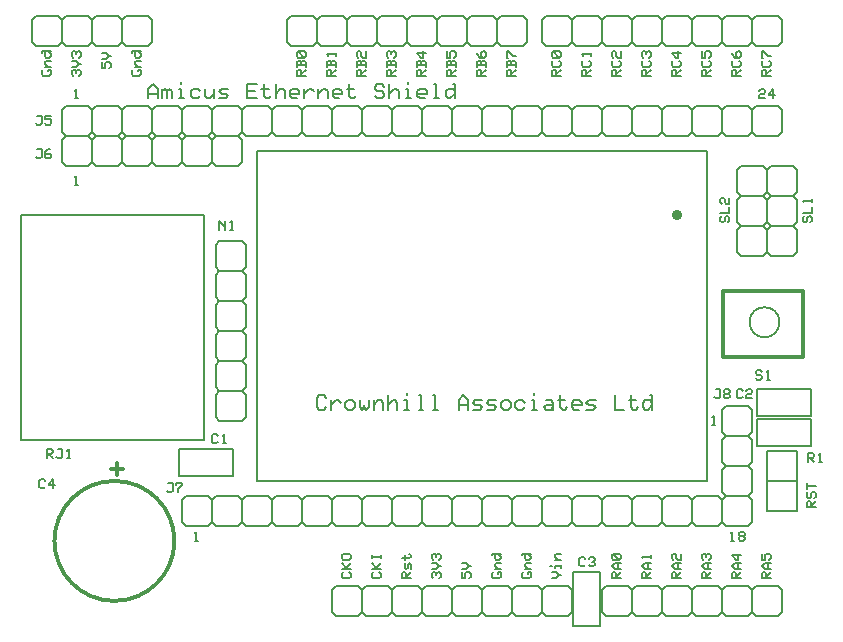
<source format=gbr>
G04 GERBER ASCII OUTPUT FROM: EDWINXP (VER. 1.61 REV. 20080915)*
G04 GERBER FORMAT: RX-274-X*
G04 BOARD: AMICUS_ETHERNET_SHIELD*
G04 ARTWORK OF COMP.PRINT POSITIVE*
%ASAXBY*%
%FSLAX23Y23*%
%MIA0B0*%
%MOIN*%
%OFA0.0000B0.0000*%
%SFA1B1*%
%IJA0B0*%
%INLAYER0POS*%
%IOA0B0*%
%IPPOS*%
%IR0*%
G04 APERTURE MACROS*
%AMEDWDONUT*
1,1,$1,$2,$3*
1,0,$4,$2,$3*
%
%AMEDWFRECT*
20,1,$1,$2,$3,$4,$5,$6*
%
%AMEDWORECT*
20,1,$1,$2,$3,$4,$5,$10*
20,1,$1,$4,$5,$6,$7,$10*
20,1,$1,$6,$7,$8,$9,$10*
20,1,$1,$8,$9,$2,$3,$10*
1,1,$1,$2,$3*
1,1,$1,$4,$5*
1,1,$1,$6,$7*
1,1,$1,$8,$9*
%
%AMEDWLINER*
20,1,$1,$2,$3,$4,$5,$6*
1,1,$1,$2,$3*
1,1,$1,$4,$5*
%
%AMEDWFTRNG*
4,1,3,$1,$2,$3,$4,$5,$6,$7,$8,$9*
%
%AMEDWATRNG*
4,1,3,$1,$2,$3,$4,$5,$6,$7,$8,$9*
20,1,$11,$1,$2,$3,$4,$10*
20,1,$11,$3,$4,$5,$6,$10*
20,1,$11,$5,$6,$7,$8,$10*
1,1,$11,$3,$4*
1,1,$11,$5,$6*
1,1,$11,$7,$8*
%
%AMEDWOTRNG*
20,1,$1,$2,$3,$4,$5,$8*
20,1,$1,$4,$5,$6,$7,$8*
20,1,$1,$6,$7,$2,$3,$8*
1,1,$1,$2,$3*
1,1,$1,$4,$5*
1,1,$1,$6,$7*
%
G04*
G04 APERTURE LIST*
%ADD10R,0.0700X0.0650*%
%ADD11R,0.0940X0.0890*%
%ADD12R,0.0600X0.0550*%
%ADD13R,0.0840X0.0790*%
%ADD14R,0.0650X0.0700*%
%ADD15R,0.0890X0.0940*%
%ADD16R,0.0550X0.0600*%
%ADD17R,0.0790X0.0840*%
%ADD18R,0.0860X0.0860*%
%ADD19R,0.1100X0.1100*%
%ADD20R,0.0700X0.0700*%
%ADD21R,0.0940X0.0940*%
%ADD22R,0.08661X0.04724*%
%ADD23R,0.11061X0.07124*%
%ADD24R,0.07874X0.03937*%
%ADD25R,0.10274X0.06337*%
%ADD26EDWLINER,0.05512X0.0315X0.0000X-0.0315X0.0000X0.0000*%
%ADD27EDWLINER,0.05512X-0.0315X0.0000X0.0315X0.0000X0.0000*%
%ADD28EDWLINER,0.04724X0.0315X0.0000X-0.0315X0.0000X0.0000*%
%ADD29EDWLINER,0.04724X-0.0315X0.0000X0.0315X0.0000X0.0000*%
%ADD30C,0.00039*%
%ADD32C,0.0010*%
%ADD34C,0.00118*%
%ADD36C,0.00197*%
%ADD38C,0.0020*%
%ADD39R,0.0020X0.0020*%
%ADD40C,0.0030*%
%ADD41R,0.0030X0.0030*%
%ADD42C,0.00394*%
%ADD44C,0.0040*%
%ADD45R,0.0040X0.0040*%
%ADD46C,0.0050*%
%ADD47R,0.0050X0.0050*%
%ADD48C,0.00512*%
%ADD49R,0.00512X0.00512*%
%ADD50C,0.00591*%
%ADD51R,0.00591X0.00591*%
%ADD52C,0.00659*%
%ADD53R,0.00659X0.00659*%
%ADD54C,0.00787*%
%ADD55R,0.00787X0.00787*%
%ADD56C,0.00799*%
%ADD58C,0.0080*%
%ADD60C,0.00886*%
%ADD61R,0.00886X0.00886*%
%ADD62C,0.00984*%
%ADD63R,0.00984X0.00984*%
%ADD64C,0.0100*%
%ADD65R,0.0100X0.0100*%
%ADD66C,0.01181*%
%ADD67R,0.01181X0.01181*%
%ADD68C,0.0120*%
%ADD70C,0.0126*%
%ADD71R,0.0126X0.0126*%
%ADD72C,0.0130*%
%ADD73R,0.0130X0.0130*%
%ADD74C,0.01378*%
%ADD75R,0.01378X0.01378*%
%ADD76C,0.0150*%
%ADD77R,0.0150X0.0150*%
%ADD78C,0.01575*%
%ADD80C,0.01654*%
%ADD81R,0.01654X0.01654*%
%ADD82C,0.01698*%
%ADD83R,0.01698X0.01698*%
%ADD84C,0.01797*%
%ADD85R,0.01797X0.01797*%
%ADD86C,0.01895*%
%ADD87R,0.01895X0.01895*%
%ADD88C,0.01969*%
%ADD89R,0.01969X0.01969*%
%ADD90C,0.01994*%
%ADD91R,0.01994X0.01994*%
%ADD92C,0.0200*%
%ADD94C,0.02092*%
%ADD95R,0.02092X0.02092*%
%ADD96C,0.02191*%
%ADD97R,0.02191X0.02191*%
%ADD98C,0.02289*%
%ADD99R,0.02289X0.02289*%
%ADD100C,0.02362*%
%ADD101R,0.02362X0.02362*%
%ADD102C,0.02387*%
%ADD103R,0.02387X0.02387*%
%ADD104C,0.0240*%
%ADD105R,0.0240X0.0240*%
%ADD106C,0.02439*%
%ADD107R,0.02439X0.02439*%
%ADD108C,0.02441*%
%ADD109R,0.02441X0.02441*%
%ADD110C,0.02486*%
%ADD111R,0.02486X0.02486*%
%ADD112C,0.0250*%
%ADD113R,0.0250X0.0250*%
%ADD114C,0.02597*%
%ADD116C,0.02683*%
%ADD117R,0.02683X0.02683*%
%ADD118C,0.02756*%
%ADD119R,0.02756X0.02756*%
%ADD120C,0.02781*%
%ADD121R,0.02781X0.02781*%
%ADD122C,0.02794*%
%ADD124C,0.0288*%
%ADD125R,0.0288X0.0288*%
%ADD126C,0.0290*%
%ADD128C,0.02912*%
%ADD129R,0.02912X0.02912*%
%ADD130C,0.03059*%
%ADD131R,0.03059X0.03059*%
%ADD132C,0.03076*%
%ADD133R,0.03076X0.03076*%
%ADD134C,0.0315*%
%ADD135R,0.0315X0.0315*%
%ADD136C,0.03175*%
%ADD137R,0.03175X0.03175*%
%ADD138C,0.03199*%
%ADD139R,0.03199X0.03199*%
%ADD140C,0.0320*%
%ADD141R,0.0320X0.0320*%
%ADD142C,0.03273*%
%ADD143R,0.03273X0.03273*%
%ADD144C,0.03372*%
%ADD145R,0.03372X0.03372*%
%ADD146C,0.03386*%
%ADD147R,0.03386X0.03386*%
%ADD148C,0.0347*%
%ADD149R,0.0347X0.0347*%
%ADD150C,0.0350*%
%ADD151R,0.0350X0.0350*%
%ADD152C,0.03536*%
%ADD153R,0.03536X0.03536*%
%ADD154C,0.03569*%
%ADD155R,0.03569X0.03569*%
%ADD156C,0.03581*%
%ADD157R,0.03581X0.03581*%
%ADD158C,0.0360*%
%ADD160C,0.03667*%
%ADD161R,0.03667X0.03667*%
%ADD162C,0.0370*%
%ADD163R,0.0370X0.0370*%
%ADD164C,0.03765*%
%ADD165R,0.03765X0.03765*%
%ADD166C,0.03778*%
%ADD167R,0.03778X0.03778*%
%ADD168C,0.03864*%
%ADD169R,0.03864X0.03864*%
%ADD170C,0.0390*%
%ADD171R,0.0390X0.0390*%
%ADD172C,0.03937*%
%ADD173R,0.03937X0.03937*%
%ADD174C,0.03975*%
%ADD176C,0.0400*%
%ADD177R,0.0400X0.0400*%
%ADD178C,0.04159*%
%ADD179R,0.04159X0.04159*%
%ADD180C,0.04173*%
%ADD181R,0.04173X0.04173*%
%ADD182C,0.04331*%
%ADD183R,0.04331X0.04331*%
%ADD184C,0.04356*%
%ADD185R,0.04356X0.04356*%
%ADD186C,0.04369*%
%ADD187R,0.04369X0.04369*%
%ADD188C,0.0440*%
%ADD190C,0.04454*%
%ADD191R,0.04454X0.04454*%
%ADD192C,0.0450*%
%ADD193R,0.0450X0.0450*%
%ADD194C,0.04553*%
%ADD195R,0.04553X0.04553*%
%ADD196C,0.04651*%
%ADD197R,0.04651X0.04651*%
%ADD198C,0.0470*%
%ADD199R,0.0470X0.0470*%
%ADD200C,0.04724*%
%ADD201R,0.04724X0.04724*%
%ADD202C,0.0475*%
%ADD203R,0.0475X0.0475*%
%ADD204C,0.04762*%
%ADD205R,0.04762X0.04762*%
%ADD206C,0.0480*%
%ADD207R,0.0480X0.0480*%
%ADD208C,0.0490*%
%ADD209R,0.0490X0.0490*%
%ADD210C,0.04921*%
%ADD211R,0.04921X0.04921*%
%ADD212C,0.04946*%
%ADD213R,0.04946X0.04946*%
%ADD214C,0.04961*%
%ADD215R,0.04961X0.04961*%
%ADD216C,0.0500*%
%ADD217R,0.0500X0.0500*%
%ADD218C,0.05045*%
%ADD219R,0.05045X0.05045*%
%ADD220C,0.05118*%
%ADD221R,0.05118X0.05118*%
%ADD222C,0.05143*%
%ADD223R,0.05143X0.05143*%
%ADD224C,0.05354*%
%ADD225R,0.05354X0.05354*%
%ADD226C,0.0550*%
%ADD227R,0.0550X0.0550*%
%ADD228C,0.05512*%
%ADD229R,0.05512X0.05512*%
%ADD230C,0.0555*%
%ADD231R,0.0555X0.0555*%
%ADD232C,0.0560*%
%ADD233R,0.0560X0.0560*%
%ADD234C,0.05635*%
%ADD235R,0.05635X0.05635*%
%ADD236C,0.0570*%
%ADD237R,0.0570X0.0570*%
%ADD238C,0.05734*%
%ADD239R,0.05734X0.05734*%
%ADD240C,0.05786*%
%ADD241R,0.05786X0.05786*%
%ADD242C,0.0580*%
%ADD243R,0.0580X0.0580*%
%ADD244C,0.0590*%
%ADD245R,0.0590X0.0590*%
%ADD246C,0.05906*%
%ADD247R,0.05906X0.05906*%
%ADD248C,0.05936*%
%ADD249R,0.05936X0.05936*%
%ADD250C,0.05945*%
%ADD251R,0.05945X0.05945*%
%ADD252C,0.0600*%
%ADD253R,0.0600X0.0600*%
%ADD254C,0.0620*%
%ADD256C,0.06201*%
%ADD258C,0.06299*%
%ADD259R,0.06299X0.06299*%
%ADD260C,0.06337*%
%ADD261R,0.06337X0.06337*%
%ADD262C,0.0640*%
%ADD263R,0.0640X0.0640*%
%ADD264C,0.06496*%
%ADD265R,0.06496X0.06496*%
%ADD266C,0.0650*%
%ADD267R,0.0650X0.0650*%
%ADD268C,0.06521*%
%ADD269R,0.06521X0.06521*%
%ADD270C,0.0662*%
%ADD271R,0.0662X0.0662*%
%ADD272C,0.06693*%
%ADD273R,0.06693X0.06693*%
%ADD274C,0.06731*%
%ADD275R,0.06731X0.06731*%
%ADD276C,0.0690*%
%ADD277R,0.0690X0.0690*%
%ADD278C,0.06906*%
%ADD279R,0.06906X0.06906*%
%ADD280C,0.0700*%
%ADD281R,0.0700X0.0700*%
%ADD282C,0.07008*%
%ADD283R,0.07008X0.07008*%
%ADD284C,0.07087*%
%ADD285R,0.07087X0.07087*%
%ADD286C,0.0710*%
%ADD287R,0.0710X0.0710*%
%ADD288C,0.07124*%
%ADD289R,0.07124X0.07124*%
%ADD290C,0.0720*%
%ADD291R,0.0720X0.0720*%
%ADD292C,0.07299*%
%ADD293R,0.07299X0.07299*%
%ADD294C,0.0740*%
%ADD295R,0.0740X0.0740*%
%ADD296C,0.0748*%
%ADD297R,0.0748X0.0748*%
%ADD298C,0.0750*%
%ADD299R,0.0750X0.0750*%
%ADD300C,0.07518*%
%ADD301R,0.07518X0.07518*%
%ADD302C,0.07598*%
%ADD304C,0.0760*%
%ADD305R,0.0760X0.0760*%
%ADD306C,0.07754*%
%ADD307R,0.07754X0.07754*%
%ADD308C,0.07795*%
%ADD309R,0.07795X0.07795*%
%ADD310C,0.07874*%
%ADD311R,0.07874X0.07874*%
%ADD312C,0.0790*%
%ADD313R,0.0790X0.0790*%
%ADD314C,0.07912*%
%ADD315R,0.07912X0.07912*%
%ADD316C,0.0800*%
%ADD317R,0.0800X0.0800*%
%ADD318C,0.0810*%
%ADD319R,0.0810X0.0810*%
%ADD320C,0.0820*%
%ADD321R,0.0820X0.0820*%
%ADD322C,0.08268*%
%ADD323R,0.08268X0.08268*%
%ADD324C,0.08306*%
%ADD325R,0.08306X0.08306*%
%ADD326C,0.08345*%
%ADD327R,0.08345X0.08345*%
%ADD328C,0.0840*%
%ADD329R,0.0840X0.0840*%
%ADD330C,0.08598*%
%ADD332C,0.0860*%
%ADD333R,0.0860X0.0860*%
%ADD334C,0.08601*%
%ADD336C,0.08661*%
%ADD337R,0.08661X0.08661*%
%ADD338C,0.08699*%
%ADD339R,0.08699X0.08699*%
%ADD340C,0.0870*%
%ADD341R,0.0870X0.0870*%
%ADD342C,0.08896*%
%ADD343R,0.08896X0.08896*%
%ADD344C,0.0890*%
%ADD345R,0.0890X0.0890*%
%ADD346C,0.0900*%
%ADD347R,0.0900X0.0900*%
%ADD348C,0.09093*%
%ADD349R,0.09093X0.09093*%
%ADD350C,0.0940*%
%ADD351R,0.0940X0.0940*%
%ADD352C,0.09449*%
%ADD354C,0.09487*%
%ADD356C,0.09528*%
%ADD357R,0.09528X0.09528*%
%ADD358C,0.0970*%
%ADD359R,0.0970X0.0970*%
%ADD360C,0.09843*%
%ADD361R,0.09843X0.09843*%
%ADD362C,0.0988*%
%ADD363R,0.0988X0.0988*%
%ADD364C,0.0990*%
%ADD365R,0.0990X0.0990*%
%ADD366C,0.09998*%
%ADD368C,0.1000*%
%ADD369R,0.1000X0.1000*%
%ADD370C,0.10236*%
%ADD371R,0.10236X0.10236*%
%ADD372C,0.10274*%
%ADD373R,0.10274X0.10274*%
%ADD374C,0.10315*%
%ADD375R,0.10315X0.10315*%
%ADD376C,0.1040*%
%ADD377R,0.1040X0.1040*%
%ADD378C,0.1063*%
%ADD379R,0.1063X0.1063*%
%ADD380C,0.10668*%
%ADD381R,0.10668X0.10668*%
%ADD382C,0.10998*%
%ADD384C,0.1100*%
%ADD385R,0.1100X0.1100*%
%ADD386C,0.11024*%
%ADD387R,0.11024X0.11024*%
%ADD388C,0.11061*%
%ADD389R,0.11061X0.11061*%
%ADD390C,0.1110*%
%ADD391R,0.1110X0.1110*%
%ADD392C,0.1120*%
%ADD393R,0.1120X0.1120*%
%ADD394C,0.1140*%
%ADD395R,0.1140X0.1140*%
%ADD396C,0.1150*%
%ADD397R,0.1150X0.1150*%
%ADD398C,0.11811*%
%ADD399R,0.11811X0.11811*%
%ADD400C,0.1200*%
%ADD401R,0.1200X0.1200*%
%ADD402C,0.1210*%
%ADD403R,0.1210X0.1210*%
%ADD404C,0.12243*%
%ADD405R,0.12243X0.12243*%
%ADD406C,0.1240*%
%ADD407R,0.1240X0.1240*%
%ADD408C,0.1250*%
%ADD409R,0.1250X0.1250*%
%ADD410C,0.12598*%
%ADD411R,0.12598X0.12598*%
%ADD412C,0.12636*%
%ADD413R,0.12636X0.12636*%
%ADD414C,0.12992*%
%ADD415R,0.12992X0.12992*%
%ADD416C,0.1300*%
%ADD417R,0.1300X0.1300*%
%ADD418C,0.1340*%
%ADD419R,0.1340X0.1340*%
%ADD420C,0.1350*%
%ADD421R,0.1350X0.1350*%
%ADD422C,0.1378*%
%ADD423R,0.1378X0.1378*%
%ADD424C,0.13787*%
%ADD425R,0.13787X0.13787*%
%ADD426C,0.1390*%
%ADD427R,0.1390X0.1390*%
%ADD428C,0.1420*%
%ADD429R,0.1420X0.1420*%
%ADD430C,0.1440*%
%ADD431R,0.1440X0.1440*%
%ADD432C,0.14567*%
%ADD433R,0.14567X0.14567*%
%ADD434C,0.1490*%
%ADD435R,0.1490X0.1490*%
%ADD436C,0.14961*%
%ADD437R,0.14961X0.14961*%
%ADD438C,0.15118*%
%ADD439R,0.15118X0.15118*%
%ADD440C,0.1520*%
%ADD441R,0.1520X0.1520*%
%ADD442C,0.15354*%
%ADD443R,0.15354X0.15354*%
%ADD444C,0.15374*%
%ADD445R,0.15374X0.15374*%
%ADD446C,0.1540*%
%ADD447R,0.1540X0.1540*%
%ADD448C,0.1560*%
%ADD449R,0.1560X0.1560*%
%ADD450C,0.15748*%
%ADD451R,0.15748X0.15748*%
%ADD452C,0.1590*%
%ADD453R,0.1590X0.1590*%
%ADD454C,0.1618*%
%ADD455R,0.1618X0.1618*%
%ADD456C,0.16187*%
%ADD457R,0.16187X0.16187*%
%ADD458C,0.16535*%
%ADD459R,0.16535X0.16535*%
%ADD460C,0.1660*%
%ADD461R,0.1660X0.1660*%
%ADD462C,0.1700*%
%ADD463R,0.1700X0.1700*%
%ADD464C,0.17323*%
%ADD466C,0.1760*%
%ADD467R,0.1760X0.1760*%
%ADD468C,0.17774*%
%ADD469R,0.17774X0.17774*%
%ADD470C,0.1800*%
%ADD471R,0.1800X0.1800*%
%ADD472C,0.18148*%
%ADD473R,0.18148X0.18148*%
%ADD474C,0.18504*%
%ADD476C,0.18898*%
%ADD478C,0.18935*%
%ADD479R,0.18935X0.18935*%
%ADD480C,0.1940*%
%ADD481R,0.1940X0.1940*%
%ADD482C,0.19685*%
%ADD483R,0.19685X0.19685*%
%ADD484C,0.20472*%
%ADD485R,0.20472X0.20472*%
%ADD486C,0.20904*%
%ADD488C,0.2126*%
%ADD490C,0.21298*%
%ADD492C,0.22085*%
%ADD493R,0.22085X0.22085*%
%ADD494C,0.22835*%
%ADD497R,0.22872X0.22872*%
%ADD499R,0.23622X0.23622*%
%ADD501R,0.24409X0.24409*%
%ADD503R,0.24937X0.24937*%
%ADD505R,0.26022X0.26022*%
%ADD507R,0.26142X0.26142*%
%ADD509R,0.26929X0.26929*%
%ADD511R,0.27337X0.27337*%
%ADD513R,0.31496X0.31496*%
%ADD515R,0.32811X0.32811*%
%ADD517R,0.33896X0.33896*%
%ADD519R,0.35211X0.35211*%
%ADD521R,0.35433X0.35433*%
%ADD523R,0.3622X0.3622*%
%ADD525R,0.37833X0.37833*%
%ADD527R,0.3862X0.3862*%
%ADD529R,0.4100X0.4100*%
%ADD531R,0.4200X0.4200*%
%ADD533R,0.4340X0.4340*%
%ADD535R,0.4440X0.4440*%
%ADD536C,0.5440*%
%ADD537R,0.5440X0.5440*%
%ADD538C,0.6440*%
%ADD539R,0.6440X0.6440*%
%ADD540C,0.7440*%
%ADD541R,0.7440X0.7440*%
%ADD542C,0.8440*%
%ADD543R,0.8440X0.8440*%
%ADD544C,0.9440*%
%ADD545R,0.9440X0.9440*%
%ADD546C,1.0440*%
%ADD547R,1.0440X1.0440*%
%ADD548C,1.1440*%
%ADD549R,1.1440X1.1440*%
%ADD550C,1.2440*%
%ADD551R,1.2440X1.2440*%
%ADD552C,1.3440*%
%ADD553R,1.3440X1.3440*%
%ADD554C,1.4440*%
%ADD555R,1.4440X1.4440*%
%ADD556C,1.5440*%
%ADD557R,1.5440X1.5440*%
%ADD558C,1.6440*%
%ADD559R,1.6440X1.6440*%
%ADD560C,1.7440*%
%ADD561R,1.7440X1.7440*%
%ADD562C,1.8440*%
%ADD563R,1.8440X1.8440*%
%ADD564C,1.9440*%
%ADD565R,1.9440X1.9440*%
G04*
D46* 
X2300Y1600D02*
X800Y1600D01*
X800Y500D01*
X2300Y500D01*
X2300Y1600D01*
D152*
X2200Y1388D02*D03*
D58* 
X2468Y618D02*
X2468Y708D01*
X2648Y708D01*
X2648Y618D01*
X2468Y618D01*
D48* 
X2638Y563D02*
X2638Y593D01*
X2653Y593D01*
X2658Y588D01*
X2658Y583D01*
X2653Y578D01*
X2638Y578D01*
X2643Y578D02*
X2658Y563D01*
X2673Y563D02*
X2684Y563D01*
X2678Y563D02*
X2678Y593D01*
X2673Y588D01*
D58* 
X1855Y198D02*
X1945Y198D01*
X1945Y18D01*
X1855Y18D01*
X1855Y198D01*
D48* 
X1895Y220D02*
X1890Y215D01*
X1880Y215D01*
X1875Y220D01*
X1875Y241D01*
X1880Y246D01*
X1890Y246D01*
X1895Y241D01*
X1906Y241D02*
X1911Y246D01*
X1921Y246D01*
X1926Y241D01*
X1926Y235D01*
X1921Y230D01*
X1916Y230D01*
X1921Y230D02*
X1926Y225D01*
X1926Y220D01*
X1921Y215D01*
X1911Y215D01*
X1906Y220D01*
D58* 
X2468Y718D02*
X2468Y808D01*
X2648Y808D01*
X2648Y718D01*
X2468Y718D01*
D48* 
X2420Y780D02*
X2415Y775D01*
X2405Y775D01*
X2400Y780D01*
X2400Y801D01*
X2405Y806D01*
X2415Y806D01*
X2420Y801D01*
X2431Y801D02*
X2436Y806D01*
X2446Y806D01*
X2451Y801D01*
X2451Y795D01*
X2446Y790D01*
X2436Y790D01*
X2431Y785D01*
X2431Y775D01*
X2451Y775D01*
D58* 
X720Y608D02*
X720Y518D01*
X540Y518D01*
X540Y608D01*
X720Y608D01*
D48* 
X670Y630D02*
X665Y625D01*
X655Y625D01*
X650Y630D01*
X650Y651D01*
X655Y656D01*
X665Y656D01*
X670Y651D01*
X686Y625D02*
X696Y625D01*
X691Y625D02*
X691Y656D01*
X686Y651D01*
D46* 
X2513Y1250D02*
X2588Y1250D01*
X2588Y1350D02*
X2513Y1350D01*
X2588Y1450D02*
X2513Y1450D01*
X2600Y1438D02*
X2600Y1363D01*
X2500Y1438D02*
X2500Y1363D01*
X2500Y1338D02*
X2500Y1263D01*
X2600Y1338D02*
X2600Y1263D01*
X2588Y1250D01*
X2600Y1363D02*
X2588Y1350D01*
X2513Y1350D02*
X2500Y1338D01*
X2513Y1450D02*
X2500Y1438D01*
X2588Y1450D02*
X2600Y1438D01*
X2588Y1350D02*
X2600Y1338D01*
X2500Y1363D02*
X2513Y1350D01*
X2500Y1263D02*
X2513Y1250D01*
X2588Y1550D02*
X2513Y1550D01*
X2500Y1538D02*
X2500Y1463D01*
X2600Y1538D02*
X2600Y1463D01*
X2588Y1550D02*
X2600Y1538D01*
X2500Y1538D02*
X2513Y1550D01*
X2513Y1450D02*
X2500Y1463D01*
X2600Y1463D02*
X2588Y1450D01*
D48* 
X2645Y1363D02*
X2650Y1368D01*
X2650Y1378D01*
X2645Y1383D01*
X2640Y1383D01*
X2635Y1378D01*
X2635Y1368D01*
X2630Y1363D01*
X2624Y1363D01*
X2619Y1368D01*
X2619Y1378D01*
X2624Y1383D01*
X2619Y1393D02*
X2650Y1393D01*
X2650Y1414D01*
X2650Y1429D02*
X2650Y1439D01*
X2650Y1434D02*
X2619Y1434D01*
X2624Y1429D01*
D46* 
X2550Y1738D02*
X2550Y1663D01*
X2538Y1650D02*
X2463Y1650D01*
X2450Y1663D02*
X2450Y1738D01*
X2538Y1750D02*
X2463Y1750D01*
X2450Y1738D01*
X2450Y1663D02*
X2463Y1650D01*
X2538Y1650D02*
X2550Y1663D01*
X2550Y1738D02*
X2538Y1750D01*
X2350Y1663D02*
X2350Y1738D01*
X2250Y1663D02*
X2250Y1738D01*
X2150Y1663D02*
X2150Y1738D01*
X2050Y1663D02*
X2050Y1738D01*
X1950Y1663D02*
X1950Y1738D01*
X1850Y1663D02*
X1850Y1738D01*
X1750Y1663D02*
X1750Y1738D01*
X2438Y1650D02*
X2363Y1650D01*
X2338Y1650D02*
X2263Y1650D01*
X2338Y1750D02*
X2263Y1750D01*
X2438Y1750D02*
X2363Y1750D01*
X2238Y1750D02*
X2163Y1750D01*
X2238Y1650D02*
X2163Y1650D01*
X2138Y1650D02*
X2063Y1650D01*
X2138Y1750D02*
X2063Y1750D01*
X2038Y1750D02*
X1963Y1750D01*
X2038Y1650D02*
X1963Y1650D01*
X1938Y1650D02*
X1863Y1650D01*
X1938Y1750D02*
X1863Y1750D01*
X1838Y1750D02*
X1763Y1750D01*
X1838Y1650D02*
X1763Y1650D01*
X2438Y1650D02*
X2450Y1663D01*
X2338Y1650D02*
X2350Y1663D01*
X2238Y1650D02*
X2250Y1663D01*
X2138Y1650D02*
X2150Y1663D01*
X2250Y1738D02*
X2263Y1750D01*
X2350Y1738D02*
X2363Y1750D01*
X2150Y1738D02*
X2163Y1750D01*
X2050Y1738D02*
X2063Y1750D01*
X2038Y1650D02*
X2050Y1663D01*
X1950Y1738D02*
X1963Y1750D01*
X1938Y1650D02*
X1950Y1663D01*
X1838Y1650D02*
X1850Y1663D01*
X1750Y1738D02*
X1763Y1750D01*
X1850Y1738D02*
X1863Y1750D01*
X1863Y1650D02*
X1850Y1663D01*
X1850Y1738D02*
X1838Y1750D01*
X1763Y1650D02*
X1750Y1663D01*
X1963Y1650D02*
X1950Y1663D01*
X1950Y1738D02*
X1938Y1750D01*
X2050Y1738D02*
X2038Y1750D01*
X2063Y1650D02*
X2050Y1663D01*
X2150Y1738D02*
X2138Y1750D01*
X2163Y1650D02*
X2150Y1663D01*
X2263Y1650D02*
X2250Y1663D01*
X2250Y1738D02*
X2238Y1750D01*
X2350Y1738D02*
X2338Y1750D01*
X2363Y1650D02*
X2350Y1663D01*
X2450Y1738D02*
X2438Y1750D01*
X1350Y438D02*
X1350Y363D01*
X1338Y350D02*
X1263Y350D01*
X1250Y363D02*
X1250Y438D01*
X1338Y450D02*
X1263Y450D01*
X1250Y438D01*
X1250Y363D02*
X1263Y350D01*
X1338Y350D02*
X1350Y363D01*
X1350Y438D02*
X1338Y450D01*
X1150Y363D02*
X1150Y438D01*
X1050Y363D02*
X1050Y438D01*
X950Y363D02*
X950Y438D01*
X850Y363D02*
X850Y438D01*
X750Y363D02*
X750Y438D01*
X650Y363D02*
X650Y438D01*
X550Y363D02*
X550Y438D01*
X1238Y350D02*
X1163Y350D01*
X1138Y350D02*
X1063Y350D01*
X1138Y450D02*
X1063Y450D01*
X1238Y450D02*
X1163Y450D01*
X1038Y450D02*
X963Y450D01*
X1038Y350D02*
X963Y350D01*
X938Y350D02*
X863Y350D01*
X938Y450D02*
X863Y450D01*
X838Y450D02*
X763Y450D01*
X838Y350D02*
X763Y350D01*
X738Y350D02*
X663Y350D01*
X738Y450D02*
X663Y450D01*
X638Y450D02*
X563Y450D01*
X638Y350D02*
X563Y350D01*
X1238Y350D02*
X1250Y363D01*
X1138Y350D02*
X1150Y363D01*
X1038Y350D02*
X1050Y363D01*
X938Y350D02*
X950Y363D01*
X1050Y438D02*
X1063Y450D01*
X1150Y438D02*
X1163Y450D01*
X950Y438D02*
X963Y450D01*
X850Y438D02*
X863Y450D01*
X838Y350D02*
X850Y363D01*
X750Y438D02*
X763Y450D01*
X738Y350D02*
X750Y363D01*
X638Y350D02*
X650Y363D01*
X550Y438D02*
X563Y450D01*
X650Y438D02*
X663Y450D01*
X663Y350D02*
X650Y363D01*
X650Y438D02*
X638Y450D01*
X563Y350D02*
X550Y363D01*
X763Y350D02*
X750Y363D01*
X750Y438D02*
X738Y450D01*
X850Y438D02*
X838Y450D01*
X863Y350D02*
X850Y363D01*
X950Y438D02*
X938Y450D01*
X963Y350D02*
X950Y363D01*
X1063Y350D02*
X1050Y363D01*
X1050Y438D02*
X1038Y450D01*
X1150Y438D02*
X1138Y450D01*
X1163Y350D02*
X1150Y363D01*
X1250Y438D02*
X1238Y450D01*
D48* 
X2325Y780D02*
X2330Y775D01*
X2340Y775D01*
X2345Y780D01*
X2345Y806D01*
X2330Y806D01*
X2356Y780D02*
X2356Y785D01*
X2361Y790D01*
X2371Y790D01*
X2376Y795D01*
X2376Y801D01*
X2371Y806D01*
X2361Y806D01*
X2356Y801D01*
X2356Y795D01*
X2361Y790D01*
X2371Y790D02*
X2376Y785D01*
X2376Y780D01*
X2371Y775D01*
X2361Y775D01*
X2356Y780D01*
D46* 
X950Y1738D02*
X950Y1663D01*
X938Y1650D02*
X863Y1650D01*
X850Y1663D02*
X850Y1738D01*
X938Y1750D02*
X863Y1750D01*
X850Y1738D01*
X850Y1663D02*
X863Y1650D01*
X938Y1650D02*
X950Y1663D01*
X950Y1738D02*
X938Y1750D01*
X750Y1663D02*
X750Y1738D01*
X650Y1663D02*
X650Y1738D01*
X550Y1663D02*
X550Y1738D01*
X450Y1663D02*
X450Y1738D01*
X350Y1663D02*
X350Y1738D01*
X250Y1663D02*
X250Y1738D01*
X150Y1663D02*
X150Y1738D01*
X838Y1650D02*
X763Y1650D01*
X738Y1650D02*
X663Y1650D01*
X738Y1750D02*
X663Y1750D01*
X838Y1750D02*
X763Y1750D01*
X638Y1750D02*
X563Y1750D01*
X638Y1650D02*
X563Y1650D01*
X538Y1650D02*
X463Y1650D01*
X538Y1750D02*
X463Y1750D01*
X438Y1750D02*
X363Y1750D01*
X438Y1650D02*
X363Y1650D01*
X338Y1650D02*
X263Y1650D01*
X338Y1750D02*
X263Y1750D01*
X238Y1750D02*
X163Y1750D01*
X238Y1650D02*
X163Y1650D01*
X838Y1650D02*
X850Y1663D01*
X738Y1650D02*
X750Y1663D01*
X638Y1650D02*
X650Y1663D01*
X538Y1650D02*
X550Y1663D01*
X650Y1738D02*
X663Y1750D01*
X750Y1738D02*
X763Y1750D01*
X550Y1738D02*
X563Y1750D01*
X450Y1738D02*
X463Y1750D01*
X438Y1650D02*
X450Y1663D01*
X350Y1738D02*
X363Y1750D01*
X338Y1650D02*
X350Y1663D01*
X238Y1650D02*
X250Y1663D01*
X150Y1738D02*
X163Y1750D01*
X250Y1738D02*
X263Y1750D01*
X263Y1650D02*
X250Y1663D01*
X250Y1738D02*
X238Y1750D01*
X163Y1650D02*
X150Y1663D01*
X363Y1650D02*
X350Y1663D01*
X350Y1738D02*
X338Y1750D01*
X450Y1738D02*
X438Y1750D01*
X463Y1650D02*
X450Y1663D01*
X550Y1738D02*
X538Y1750D01*
X563Y1650D02*
X550Y1663D01*
X663Y1650D02*
X650Y1663D01*
X650Y1738D02*
X638Y1750D01*
X750Y1738D02*
X738Y1750D01*
X763Y1650D02*
X750Y1663D01*
X850Y1738D02*
X838Y1750D01*
D48* 
X500Y468D02*
X505Y463D01*
X515Y463D01*
X520Y468D01*
X520Y493D01*
X505Y493D01*
X536Y463D02*
X536Y473D01*
X551Y488D01*
X551Y493D01*
X531Y493D01*
X531Y488D01*
D46* 
X1750Y1738D02*
X1750Y1663D01*
X1738Y1650D02*
X1663Y1650D01*
X1650Y1663D02*
X1650Y1738D01*
X1738Y1750D02*
X1663Y1750D01*
X1650Y1738D01*
X1650Y1663D02*
X1663Y1650D01*
X1738Y1650D02*
X1750Y1663D01*
X1750Y1738D02*
X1738Y1750D01*
X1550Y1663D02*
X1550Y1738D01*
X1450Y1663D02*
X1450Y1738D01*
X1350Y1663D02*
X1350Y1738D01*
X1250Y1663D02*
X1250Y1738D01*
X1150Y1663D02*
X1150Y1738D01*
X1050Y1663D02*
X1050Y1738D01*
X950Y1663D02*
X950Y1738D01*
X1638Y1650D02*
X1563Y1650D01*
X1538Y1650D02*
X1463Y1650D01*
X1538Y1750D02*
X1463Y1750D01*
X1638Y1750D02*
X1563Y1750D01*
X1438Y1750D02*
X1363Y1750D01*
X1438Y1650D02*
X1363Y1650D01*
X1338Y1650D02*
X1263Y1650D01*
X1338Y1750D02*
X1263Y1750D01*
X1238Y1750D02*
X1163Y1750D01*
X1238Y1650D02*
X1163Y1650D01*
X1138Y1650D02*
X1063Y1650D01*
X1138Y1750D02*
X1063Y1750D01*
X1038Y1750D02*
X963Y1750D01*
X1038Y1650D02*
X963Y1650D01*
X1638Y1650D02*
X1650Y1663D01*
X1538Y1650D02*
X1550Y1663D01*
X1438Y1650D02*
X1450Y1663D01*
X1338Y1650D02*
X1350Y1663D01*
X1450Y1738D02*
X1463Y1750D01*
X1550Y1738D02*
X1563Y1750D01*
X1350Y1738D02*
X1363Y1750D01*
X1250Y1738D02*
X1263Y1750D01*
X1238Y1650D02*
X1250Y1663D01*
X1150Y1738D02*
X1163Y1750D01*
X1138Y1650D02*
X1150Y1663D01*
X1038Y1650D02*
X1050Y1663D01*
X950Y1738D02*
X963Y1750D01*
X1050Y1738D02*
X1063Y1750D01*
X1063Y1650D02*
X1050Y1663D01*
X1050Y1738D02*
X1038Y1750D01*
X963Y1650D02*
X950Y1663D01*
X1163Y1650D02*
X1150Y1663D01*
X1150Y1738D02*
X1138Y1750D01*
X1250Y1738D02*
X1238Y1750D01*
X1263Y1650D02*
X1250Y1663D01*
X1350Y1738D02*
X1338Y1750D01*
X1363Y1650D02*
X1350Y1663D01*
X1463Y1650D02*
X1450Y1663D01*
X1450Y1738D02*
X1438Y1750D01*
X1550Y1738D02*
X1538Y1750D01*
X1563Y1650D02*
X1550Y1663D01*
X1650Y1738D02*
X1638Y1750D01*
D48* 
X63Y1693D02*
X68Y1688D01*
X78Y1688D01*
X83Y1693D01*
X83Y1718D01*
X68Y1718D01*
X93Y1693D02*
X98Y1688D01*
X109Y1688D01*
X114Y1693D01*
X114Y1703D01*
X109Y1708D01*
X93Y1708D01*
X93Y1718D01*
X114Y1718D01*
D46* 
X1950Y63D02*
X1950Y138D01*
X1963Y150D02*
X2038Y150D01*
X2050Y138D02*
X2050Y63D01*
X1963Y50D02*
X2038Y50D01*
X2050Y63D01*
X2050Y138D02*
X2038Y150D01*
X1963Y150D02*
X1950Y138D01*
X1950Y63D02*
X1963Y50D01*
X2150Y138D02*
X2150Y63D01*
X2250Y138D02*
X2250Y63D01*
X2350Y138D02*
X2350Y63D01*
X2450Y138D02*
X2450Y63D01*
X2550Y138D02*
X2550Y63D01*
X2063Y150D02*
X2138Y150D01*
X2163Y150D02*
X2238Y150D01*
X2163Y50D02*
X2238Y50D01*
X2063Y50D02*
X2138Y50D01*
X2263Y50D02*
X2338Y50D01*
X2263Y150D02*
X2338Y150D01*
X2363Y150D02*
X2438Y150D01*
X2363Y50D02*
X2438Y50D01*
X2463Y50D02*
X2538Y50D01*
X2463Y150D02*
X2538Y150D01*
X2063Y150D02*
X2050Y138D01*
X2163Y150D02*
X2150Y138D01*
X2263Y150D02*
X2250Y138D01*
X2363Y150D02*
X2350Y138D01*
X2250Y63D02*
X2238Y50D01*
X2150Y63D02*
X2138Y50D01*
X2350Y63D02*
X2338Y50D01*
X2450Y63D02*
X2438Y50D01*
X2463Y150D02*
X2450Y138D01*
X2550Y63D02*
X2538Y50D01*
X2538Y150D02*
X2550Y138D01*
X2450Y63D02*
X2463Y50D01*
X2438Y150D02*
X2450Y138D01*
X2350Y63D02*
X2363Y50D01*
X2338Y150D02*
X2350Y138D01*
X2238Y150D02*
X2250Y138D01*
X2250Y63D02*
X2263Y50D01*
X2150Y63D02*
X2163Y50D01*
X2138Y150D02*
X2150Y138D01*
X2050Y63D02*
X2063Y50D01*
X900Y1963D02*
X900Y2038D01*
X913Y2050D02*
X988Y2050D01*
X1000Y2038D02*
X1000Y1963D01*
X913Y1950D02*
X988Y1950D01*
X1000Y1963D01*
X1000Y2038D02*
X988Y2050D01*
X913Y2050D02*
X900Y2038D01*
X900Y1963D02*
X913Y1950D01*
X1100Y2038D02*
X1100Y1963D01*
X1200Y2038D02*
X1200Y1963D01*
X1300Y2038D02*
X1300Y1963D01*
X1400Y2038D02*
X1400Y1963D01*
X1500Y2038D02*
X1500Y1963D01*
X1600Y2038D02*
X1600Y1963D01*
X1700Y2038D02*
X1700Y1963D01*
X1013Y2050D02*
X1088Y2050D01*
X1113Y2050D02*
X1188Y2050D01*
X1113Y1950D02*
X1188Y1950D01*
X1013Y1950D02*
X1088Y1950D01*
X1213Y1950D02*
X1288Y1950D01*
X1213Y2050D02*
X1288Y2050D01*
X1313Y2050D02*
X1388Y2050D01*
X1313Y1950D02*
X1388Y1950D01*
X1413Y1950D02*
X1488Y1950D01*
X1413Y2050D02*
X1488Y2050D01*
X1513Y2050D02*
X1588Y2050D01*
X1513Y1950D02*
X1588Y1950D01*
X1613Y1950D02*
X1688Y1950D01*
X1613Y2050D02*
X1688Y2050D01*
X1013Y2050D02*
X1000Y2038D01*
X1113Y2050D02*
X1100Y2038D01*
X1213Y2050D02*
X1200Y2038D01*
X1313Y2050D02*
X1300Y2038D01*
X1200Y1963D02*
X1188Y1950D01*
X1100Y1963D02*
X1088Y1950D01*
X1300Y1963D02*
X1288Y1950D01*
X1400Y1963D02*
X1388Y1950D01*
X1413Y2050D02*
X1400Y2038D01*
X1500Y1963D02*
X1488Y1950D01*
X1513Y2050D02*
X1500Y2038D01*
X1613Y2050D02*
X1600Y2038D01*
X1700Y1963D02*
X1688Y1950D01*
X1600Y1963D02*
X1588Y1950D01*
X1588Y2050D02*
X1600Y2038D01*
X1600Y1963D02*
X1613Y1950D01*
X1688Y2050D02*
X1700Y2038D01*
X1488Y2050D02*
X1500Y2038D01*
X1500Y1963D02*
X1513Y1950D01*
X1400Y1963D02*
X1413Y1950D01*
X1388Y2050D02*
X1400Y2038D01*
X1300Y1963D02*
X1313Y1950D01*
X1288Y2050D02*
X1300Y2038D01*
X1188Y2050D02*
X1200Y2038D01*
X1200Y1963D02*
X1213Y1950D01*
X1100Y1963D02*
X1113Y1950D01*
X1088Y2050D02*
X1100Y2038D01*
X1000Y1963D02*
X1013Y1950D01*
X1250Y63D02*
X1250Y138D01*
X1263Y150D02*
X1338Y150D01*
X1350Y138D02*
X1350Y63D01*
X1263Y50D02*
X1338Y50D01*
X1350Y63D01*
X1350Y138D02*
X1338Y150D01*
X1263Y150D02*
X1250Y138D01*
X1250Y63D02*
X1263Y50D01*
X1450Y138D02*
X1450Y63D01*
X1550Y138D02*
X1550Y63D01*
X1650Y138D02*
X1650Y63D01*
X1750Y138D02*
X1750Y63D01*
X1850Y138D02*
X1850Y63D01*
X1363Y150D02*
X1438Y150D01*
X1463Y150D02*
X1538Y150D01*
X1463Y50D02*
X1538Y50D01*
X1363Y50D02*
X1438Y50D01*
X1563Y50D02*
X1638Y50D01*
X1563Y150D02*
X1638Y150D01*
X1663Y150D02*
X1738Y150D01*
X1663Y50D02*
X1738Y50D01*
X1763Y50D02*
X1838Y50D01*
X1763Y150D02*
X1838Y150D01*
X1363Y150D02*
X1350Y138D01*
X1463Y150D02*
X1450Y138D01*
X1563Y150D02*
X1550Y138D01*
X1663Y150D02*
X1650Y138D01*
X1550Y63D02*
X1538Y50D01*
X1450Y63D02*
X1438Y50D01*
X1650Y63D02*
X1638Y50D01*
X1750Y63D02*
X1738Y50D01*
X1763Y150D02*
X1750Y138D01*
X1850Y63D02*
X1838Y50D01*
X1838Y150D02*
X1850Y138D01*
X1750Y63D02*
X1763Y50D01*
X1738Y150D02*
X1750Y138D01*
X1650Y63D02*
X1663Y50D01*
X1638Y150D02*
X1650Y138D01*
X1538Y150D02*
X1550Y138D01*
X1550Y63D02*
X1563Y50D01*
X1450Y63D02*
X1463Y50D01*
X1438Y150D02*
X1450Y138D01*
X1350Y63D02*
X1363Y50D01*
X1750Y1963D02*
X1750Y2038D01*
X1763Y2050D02*
X1838Y2050D01*
X1850Y2038D02*
X1850Y1963D01*
X1763Y1950D02*
X1838Y1950D01*
X1850Y1963D01*
X1850Y2038D02*
X1838Y2050D01*
X1763Y2050D02*
X1750Y2038D01*
X1750Y1963D02*
X1763Y1950D01*
X1950Y2038D02*
X1950Y1963D01*
X2050Y2038D02*
X2050Y1963D01*
X2150Y2038D02*
X2150Y1963D01*
X2250Y2038D02*
X2250Y1963D01*
X2350Y2038D02*
X2350Y1963D01*
X2450Y2038D02*
X2450Y1963D01*
X2550Y2038D02*
X2550Y1963D01*
X1863Y2050D02*
X1938Y2050D01*
X1963Y2050D02*
X2038Y2050D01*
X1963Y1950D02*
X2038Y1950D01*
X1863Y1950D02*
X1938Y1950D01*
X2063Y1950D02*
X2138Y1950D01*
X2063Y2050D02*
X2138Y2050D01*
X2163Y2050D02*
X2238Y2050D01*
X2163Y1950D02*
X2238Y1950D01*
X2263Y1950D02*
X2338Y1950D01*
X2263Y2050D02*
X2338Y2050D01*
X2363Y2050D02*
X2438Y2050D01*
X2363Y1950D02*
X2438Y1950D01*
X2463Y1950D02*
X2538Y1950D01*
X2463Y2050D02*
X2538Y2050D01*
X1863Y2050D02*
X1850Y2038D01*
X1963Y2050D02*
X1950Y2038D01*
X2063Y2050D02*
X2050Y2038D01*
X2163Y2050D02*
X2150Y2038D01*
X2050Y1963D02*
X2038Y1950D01*
X1950Y1963D02*
X1938Y1950D01*
X2150Y1963D02*
X2138Y1950D01*
X2250Y1963D02*
X2238Y1950D01*
X2263Y2050D02*
X2250Y2038D01*
X2350Y1963D02*
X2338Y1950D01*
X2363Y2050D02*
X2350Y2038D01*
X2463Y2050D02*
X2450Y2038D01*
X2550Y1963D02*
X2538Y1950D01*
X2450Y1963D02*
X2438Y1950D01*
X2438Y2050D02*
X2450Y2038D01*
X2450Y1963D02*
X2463Y1950D01*
X2538Y2050D02*
X2550Y2038D01*
X2338Y2050D02*
X2350Y2038D01*
X2350Y1963D02*
X2363Y1950D01*
X2250Y1963D02*
X2263Y1950D01*
X2238Y2050D02*
X2250Y2038D01*
X2150Y1963D02*
X2163Y1950D01*
X2138Y2050D02*
X2150Y2038D01*
X2038Y2050D02*
X2050Y2038D01*
X2050Y1963D02*
X2063Y1950D01*
X1950Y1963D02*
X1963Y1950D01*
X1938Y2050D02*
X1950Y2038D01*
X1850Y1963D02*
X1863Y1950D01*
X2150Y438D02*
X2150Y363D01*
X2138Y350D02*
X2063Y350D01*
X2050Y363D02*
X2050Y438D01*
X2138Y450D02*
X2063Y450D01*
X2050Y438D01*
X2050Y363D02*
X2063Y350D01*
X2138Y350D02*
X2150Y363D01*
X2150Y438D02*
X2138Y450D01*
X1950Y363D02*
X1950Y438D01*
X1850Y363D02*
X1850Y438D01*
X1750Y363D02*
X1750Y438D01*
X1650Y363D02*
X1650Y438D01*
X1550Y363D02*
X1550Y438D01*
X1450Y363D02*
X1450Y438D01*
X1350Y363D02*
X1350Y438D01*
X2038Y350D02*
X1963Y350D01*
X1938Y350D02*
X1863Y350D01*
X1938Y450D02*
X1863Y450D01*
X2038Y450D02*
X1963Y450D01*
X1838Y450D02*
X1763Y450D01*
X1838Y350D02*
X1763Y350D01*
X1738Y350D02*
X1663Y350D01*
X1738Y450D02*
X1663Y450D01*
X1638Y450D02*
X1563Y450D01*
X1638Y350D02*
X1563Y350D01*
X1538Y350D02*
X1463Y350D01*
X1538Y450D02*
X1463Y450D01*
X1438Y450D02*
X1363Y450D01*
X1438Y350D02*
X1363Y350D01*
X2038Y350D02*
X2050Y363D01*
X1938Y350D02*
X1950Y363D01*
X1838Y350D02*
X1850Y363D01*
X1738Y350D02*
X1750Y363D01*
X1850Y438D02*
X1863Y450D01*
X1950Y438D02*
X1963Y450D01*
X1750Y438D02*
X1763Y450D01*
X1650Y438D02*
X1663Y450D01*
X1638Y350D02*
X1650Y363D01*
X1550Y438D02*
X1563Y450D01*
X1538Y350D02*
X1550Y363D01*
X1438Y350D02*
X1450Y363D01*
X1350Y438D02*
X1363Y450D01*
X1450Y438D02*
X1463Y450D01*
X1463Y350D02*
X1450Y363D01*
X1450Y438D02*
X1438Y450D01*
X1363Y350D02*
X1350Y363D01*
X1563Y350D02*
X1550Y363D01*
X1550Y438D02*
X1538Y450D01*
X1650Y438D02*
X1638Y450D01*
X1663Y350D02*
X1650Y363D01*
X1750Y438D02*
X1738Y450D01*
X1763Y350D02*
X1750Y363D01*
X1863Y350D02*
X1850Y363D01*
X1850Y438D02*
X1838Y450D01*
X1950Y438D02*
X1938Y450D01*
X1963Y350D02*
X1950Y363D01*
X2050Y438D02*
X2038Y450D01*
D48* 
X63Y1580D02*
X68Y1575D01*
X78Y1575D01*
X83Y1580D01*
X83Y1606D01*
X68Y1606D01*
X93Y1585D02*
X98Y1590D01*
X109Y1590D01*
X114Y1585D01*
X114Y1580D01*
X109Y1575D01*
X98Y1575D01*
X93Y1580D01*
X93Y1595D01*
X103Y1606D01*
X109Y1606D01*
D46* 
X2150Y438D02*
X2150Y363D01*
X2250Y363D02*
X2250Y438D01*
X2350Y363D02*
X2350Y438D01*
X2338Y350D02*
X2263Y350D01*
X2338Y450D02*
X2263Y450D01*
X2238Y450D02*
X2163Y450D01*
X2238Y350D02*
X2163Y350D01*
X2150Y363D01*
X2263Y350D02*
X2250Y363D01*
X2250Y438D02*
X2238Y450D01*
X2350Y438D02*
X2338Y450D01*
X2350Y363D02*
X2338Y350D01*
X2250Y363D02*
X2238Y350D01*
X2263Y450D02*
X2250Y438D01*
X2163Y450D02*
X2150Y438D01*
X2500Y600D02*
X2500Y400D01*
X2600Y400D01*
X2600Y600D01*
X2500Y600D01*
X2499Y500D02*
X2600Y500D01*
D48* 
X2663Y413D02*
X2632Y413D01*
X2632Y428D01*
X2637Y433D01*
X2642Y433D01*
X2647Y428D01*
X2647Y413D01*
X2647Y418D02*
X2663Y433D01*
X2657Y443D02*
X2663Y448D01*
X2663Y459D01*
X2657Y464D01*
X2652Y464D01*
X2647Y459D01*
X2647Y448D01*
X2642Y443D01*
X2637Y443D01*
X2632Y448D01*
X2632Y459D01*
X2637Y464D01*
X2663Y484D02*
X2632Y484D01*
X2632Y474D02*
X2632Y494D01*
D46* 
X750Y700D02*
X675Y700D01*
X663Y713D02*
X663Y788D01*
X675Y800D02*
X750Y800D01*
X763Y713D02*
X763Y788D01*
X750Y800D01*
X675Y800D02*
X663Y788D01*
X663Y713D02*
X675Y700D01*
X750Y700D02*
X763Y713D01*
X675Y900D02*
X750Y900D01*
X675Y1000D02*
X750Y1000D01*
X675Y1100D02*
X750Y1100D01*
X675Y1200D02*
X750Y1200D01*
X675Y1300D02*
X750Y1300D01*
X663Y813D02*
X663Y888D01*
X663Y913D02*
X663Y988D01*
X763Y913D02*
X763Y988D01*
X763Y813D02*
X763Y888D01*
X763Y1013D02*
X763Y1088D01*
X663Y1013D02*
X663Y1088D01*
X663Y1113D02*
X663Y1188D01*
X763Y1113D02*
X763Y1188D01*
X763Y1213D02*
X763Y1288D01*
X663Y1213D02*
X663Y1288D01*
X663Y813D02*
X675Y800D01*
X663Y913D02*
X675Y900D01*
X663Y1013D02*
X675Y1000D01*
X663Y1113D02*
X675Y1100D01*
X750Y1000D02*
X763Y988D01*
X750Y900D02*
X763Y888D01*
X750Y1100D02*
X763Y1088D01*
X750Y1200D02*
X763Y1188D01*
X663Y1213D02*
X675Y1200D01*
X750Y1300D02*
X763Y1288D01*
X663Y1288D02*
X675Y1300D01*
X750Y1200D02*
X763Y1213D01*
X663Y1188D02*
X675Y1200D01*
X750Y1100D02*
X763Y1113D01*
X663Y1088D02*
X675Y1100D01*
X663Y988D02*
X675Y1000D01*
X750Y1000D02*
X763Y1013D01*
X750Y900D02*
X763Y913D01*
X663Y888D02*
X675Y900D01*
X750Y800D02*
X763Y813D01*
D48* 
X675Y1338D02*
X675Y1368D01*
X695Y1348D01*
X695Y1368D02*
X695Y1338D01*
X711Y1338D02*
X721Y1338D01*
X716Y1338D02*
X716Y1368D01*
X711Y1363D01*
D72* 
G75*
G01X525Y300D02*
G03X525Y300I-200J0D01*
G01*
X335Y560D02*
X335Y520D01*
X355Y540D02*
X315Y540D01*
D48* 
X95Y480D02*
X90Y475D01*
X80Y475D01*
X75Y480D01*
X75Y501D01*
X80Y506D01*
X90Y506D01*
X95Y501D01*
X126Y485D02*
X106Y485D01*
X106Y490D01*
X121Y506D01*
X121Y475D01*
D46* 
X2363Y750D02*
X2438Y750D01*
X2450Y738D02*
X2450Y663D01*
X2438Y650D02*
X2363Y650D01*
X2350Y738D02*
X2350Y663D01*
X2363Y650D01*
X2438Y650D02*
X2450Y663D01*
X2450Y738D02*
X2438Y750D01*
X2363Y750D02*
X2350Y738D01*
X2438Y550D02*
X2363Y550D01*
X2438Y450D02*
X2363Y450D01*
X2438Y350D02*
X2363Y350D01*
X2450Y638D02*
X2450Y563D01*
X2450Y538D02*
X2450Y463D01*
X2350Y538D02*
X2350Y463D01*
X2350Y638D02*
X2350Y563D01*
X2350Y438D02*
X2350Y363D01*
X2450Y438D02*
X2450Y363D01*
X2450Y638D02*
X2438Y650D01*
X2450Y538D02*
X2438Y550D01*
X2450Y438D02*
X2438Y450D01*
X2363Y450D02*
X2350Y463D01*
X2363Y550D02*
X2350Y563D01*
X2363Y350D02*
X2350Y363D01*
X2450Y363D02*
X2438Y350D01*
X2450Y463D02*
X2438Y450D01*
X2363Y450D02*
X2350Y438D01*
X2363Y550D02*
X2350Y538D01*
X2450Y563D02*
X2438Y550D01*
X2363Y650D02*
X2350Y638D01*
X13Y1386D02*
X622Y1386D01*
X622Y638D01*
X13Y638D01*
X13Y1386D01*
D48* 
X100Y575D02*
X100Y606D01*
X115Y606D01*
X120Y601D01*
X120Y595D01*
X115Y590D01*
X100Y590D01*
X105Y590D02*
X120Y575D01*
X131Y580D02*
X136Y575D01*
X146Y575D01*
X151Y580D01*
X151Y606D01*
X136Y606D01*
X167Y575D02*
X177Y575D01*
X172Y575D02*
X172Y606D01*
X167Y601D01*
D46* 
X150Y1563D02*
X150Y1638D01*
X163Y1650D02*
X238Y1650D01*
X250Y1638D02*
X250Y1563D01*
X163Y1550D02*
X238Y1550D01*
X250Y1563D01*
X250Y1638D02*
X238Y1650D01*
X163Y1650D02*
X150Y1638D01*
X150Y1563D02*
X163Y1550D01*
X350Y1638D02*
X350Y1563D01*
X450Y1638D02*
X450Y1563D01*
X550Y1638D02*
X550Y1563D01*
X650Y1638D02*
X650Y1563D01*
X750Y1638D02*
X750Y1563D01*
X263Y1650D02*
X338Y1650D01*
X363Y1650D02*
X438Y1650D01*
X363Y1550D02*
X438Y1550D01*
X263Y1550D02*
X338Y1550D01*
X463Y1550D02*
X538Y1550D01*
X463Y1650D02*
X538Y1650D01*
X563Y1650D02*
X638Y1650D01*
X563Y1550D02*
X638Y1550D01*
X663Y1550D02*
X738Y1550D01*
X663Y1650D02*
X738Y1650D01*
X263Y1650D02*
X250Y1638D01*
X363Y1650D02*
X350Y1638D01*
X463Y1650D02*
X450Y1638D01*
X563Y1650D02*
X550Y1638D01*
X450Y1563D02*
X438Y1550D01*
X350Y1563D02*
X338Y1550D01*
X550Y1563D02*
X538Y1550D01*
X650Y1563D02*
X638Y1550D01*
X663Y1650D02*
X650Y1638D01*
X750Y1563D02*
X738Y1550D01*
X738Y1650D02*
X750Y1638D01*
X650Y1563D02*
X663Y1550D01*
X638Y1650D02*
X650Y1638D01*
X550Y1563D02*
X563Y1550D01*
X538Y1650D02*
X550Y1638D01*
X438Y1650D02*
X450Y1638D01*
X450Y1563D02*
X463Y1550D01*
X350Y1563D02*
X363Y1550D01*
X338Y1650D02*
X350Y1638D01*
X250Y1563D02*
X263Y1550D01*
X2413Y1250D02*
X2488Y1250D01*
X2488Y1350D02*
X2413Y1350D01*
X2488Y1450D02*
X2413Y1450D01*
X2500Y1438D02*
X2500Y1363D01*
X2400Y1438D02*
X2400Y1363D01*
X2400Y1338D02*
X2400Y1263D01*
X2500Y1338D02*
X2500Y1263D01*
X2488Y1250D01*
X2500Y1363D02*
X2488Y1350D01*
X2413Y1350D02*
X2400Y1338D01*
X2413Y1450D02*
X2400Y1438D01*
X2488Y1450D02*
X2500Y1438D01*
X2488Y1350D02*
X2500Y1338D01*
X2400Y1363D02*
X2413Y1350D01*
X2400Y1263D02*
X2413Y1250D01*
X2488Y1550D02*
X2413Y1550D01*
X2400Y1538D02*
X2400Y1463D01*
X2500Y1538D02*
X2500Y1463D01*
X2488Y1550D02*
X2500Y1538D01*
X2400Y1538D02*
X2413Y1550D01*
X2413Y1450D02*
X2400Y1463D01*
X2500Y1463D02*
X2488Y1450D01*
D48* 
X2370Y1363D02*
X2375Y1368D01*
X2375Y1378D01*
X2370Y1383D01*
X2365Y1383D01*
X2360Y1378D01*
X2360Y1368D01*
X2355Y1363D01*
X2349Y1363D01*
X2344Y1368D01*
X2344Y1378D01*
X2349Y1383D01*
X2344Y1393D02*
X2375Y1393D01*
X2375Y1414D01*
X2349Y1424D02*
X2344Y1429D01*
X2344Y1439D01*
X2349Y1444D01*
X2355Y1444D01*
X2360Y1439D01*
X2360Y1429D01*
X2365Y1424D01*
X2375Y1424D01*
X2375Y1444D01*
D72* 
X2619Y913D02*
X2355Y913D01*
X2355Y1134D01*
X2619Y1134D01*
X2619Y913D01*
D46* 
G75*
G01X2542Y1029D02*
G03X2542Y1029I-50J0D01*
G01*
D48* 
X2463Y844D02*
X2468Y838D01*
X2478Y838D01*
X2483Y844D01*
X2483Y849D01*
X2478Y854D01*
X2468Y854D01*
X2463Y859D01*
X2463Y864D01*
X2468Y869D01*
X2478Y869D01*
X2483Y864D01*
X2499Y838D02*
X2509Y838D01*
X2504Y838D02*
X2504Y869D01*
X2499Y864D01*
D46* 
X50Y1963D02*
X50Y2038D01*
X63Y2050D02*
X138Y2050D01*
X150Y2038D02*
X150Y1963D01*
X63Y1950D02*
X138Y1950D01*
X150Y1963D01*
X150Y2038D02*
X138Y2050D01*
X63Y2050D02*
X50Y2038D01*
X50Y1963D02*
X63Y1950D01*
X250Y2038D02*
X250Y1963D01*
X350Y2038D02*
X350Y1963D01*
X450Y2038D02*
X450Y1963D01*
X163Y2050D02*
X238Y2050D01*
X263Y2050D02*
X338Y2050D01*
X263Y1950D02*
X338Y1950D01*
X163Y1950D02*
X238Y1950D01*
X363Y1950D02*
X438Y1950D01*
X363Y2050D02*
X438Y2050D01*
X163Y2050D02*
X150Y2038D01*
X263Y2050D02*
X250Y2038D01*
X363Y2050D02*
X350Y2038D01*
X350Y1963D02*
X338Y1950D01*
X250Y1963D02*
X238Y1950D01*
X450Y1963D02*
X438Y1950D01*
X438Y2050D02*
X450Y2038D01*
X338Y2050D02*
X350Y2038D01*
X350Y1963D02*
X363Y1950D01*
X250Y1963D02*
X263Y1950D01*
X238Y2050D02*
X250Y2038D01*
X150Y1963D02*
X163Y1950D01*
X1050Y138D02*
X1050Y63D01*
X1150Y63D02*
X1150Y138D01*
X1250Y63D02*
X1250Y138D01*
X1238Y50D02*
X1163Y50D01*
X1238Y150D02*
X1163Y150D01*
X1138Y150D02*
X1063Y150D01*
X1138Y50D02*
X1063Y50D01*
X1050Y63D01*
X1163Y50D02*
X1150Y63D01*
X1150Y138D02*
X1138Y150D01*
X1250Y138D02*
X1238Y150D01*
X1250Y63D02*
X1238Y50D01*
X1150Y63D02*
X1138Y50D01*
X1163Y150D02*
X1150Y138D01*
X1063Y150D02*
X1050Y138D01*
D58* 
X1031Y745D02*
X1024Y738D01*
X1008Y738D01*
X1000Y745D01*
X1000Y777D01*
X1008Y785D01*
X1024Y785D01*
X1031Y777D01*
X1047Y738D02*
X1047Y769D01*
X1047Y753D02*
X1063Y769D01*
X1071Y769D01*
X1079Y761D01*
X1094Y745D02*
X1094Y761D01*
X1102Y769D01*
X1118Y769D01*
X1126Y761D01*
X1126Y745D01*
X1118Y738D01*
X1102Y738D01*
X1094Y745D01*
X1142Y769D02*
X1142Y745D01*
X1150Y738D01*
X1157Y745D01*
X1157Y753D01*
X1157Y745D02*
X1165Y738D01*
X1173Y745D01*
X1173Y769D01*
X1189Y738D02*
X1189Y769D01*
X1189Y753D02*
X1205Y769D01*
X1213Y769D01*
X1220Y761D01*
X1220Y738D01*
X1236Y738D02*
X1236Y785D01*
X1236Y753D02*
X1252Y769D01*
X1260Y769D01*
X1268Y761D01*
X1268Y738D01*
X1291Y738D02*
X1307Y738D01*
X1299Y738D02*
X1299Y769D01*
X1291Y769D01*
X1299Y785D02*
X1299Y793D01*
X1339Y785D02*
X1346Y785D01*
X1346Y738D01*
X1339Y738D02*
X1354Y738D01*
X1386Y785D02*
X1394Y785D01*
X1394Y738D01*
X1386Y738D02*
X1402Y738D01*
X1472Y738D02*
X1472Y769D01*
X1488Y785D01*
X1504Y769D01*
X1504Y738D01*
X1504Y753D02*
X1472Y753D01*
X1520Y738D02*
X1543Y738D01*
X1551Y745D01*
X1543Y753D01*
X1528Y753D01*
X1520Y761D01*
X1528Y769D01*
X1551Y769D01*
X1567Y738D02*
X1591Y738D01*
X1598Y745D01*
X1591Y753D01*
X1575Y753D01*
X1567Y761D01*
X1575Y769D01*
X1598Y769D01*
X1614Y745D02*
X1614Y761D01*
X1622Y769D01*
X1638Y769D01*
X1646Y761D01*
X1646Y745D01*
X1638Y738D01*
X1622Y738D01*
X1614Y745D01*
X1693Y761D02*
X1685Y769D01*
X1669Y769D01*
X1661Y761D01*
X1661Y745D01*
X1669Y738D01*
X1685Y738D01*
X1693Y745D01*
X1717Y738D02*
X1732Y738D01*
X1724Y738D02*
X1724Y769D01*
X1717Y769D01*
X1724Y785D02*
X1724Y793D01*
X1764Y769D02*
X1780Y769D01*
X1787Y761D01*
X1787Y738D01*
X1787Y745D02*
X1780Y738D01*
X1764Y738D01*
X1756Y745D01*
X1764Y753D01*
X1787Y753D01*
X1803Y769D02*
X1827Y769D01*
X1811Y785D02*
X1811Y745D01*
X1819Y738D01*
X1827Y738D01*
X1835Y745D01*
X1850Y753D02*
X1882Y753D01*
X1882Y761D01*
X1874Y769D01*
X1858Y769D01*
X1850Y761D01*
X1850Y745D01*
X1858Y738D01*
X1874Y738D01*
X1898Y738D02*
X1921Y738D01*
X1929Y745D01*
X1921Y753D01*
X1906Y753D01*
X1898Y761D01*
X1906Y769D01*
X1929Y769D01*
X1992Y785D02*
X1992Y738D01*
X2024Y738D01*
X2039Y769D02*
X2063Y769D01*
X2047Y785D02*
X2047Y745D01*
X2055Y738D01*
X2063Y738D01*
X2071Y745D01*
X2118Y753D02*
X2102Y738D01*
X2094Y738D01*
X2087Y745D01*
X2087Y761D01*
X2094Y769D01*
X2110Y769D01*
X2118Y761D01*
X2110Y785D02*
X2118Y785D01*
X2118Y738D01*
X438Y1775D02*
X438Y1806D01*
X453Y1822D01*
X469Y1806D01*
X469Y1775D01*
X469Y1791D02*
X438Y1791D01*
X485Y1775D02*
X485Y1806D01*
X485Y1799D02*
X493Y1806D01*
X500Y1799D01*
X500Y1775D01*
X500Y1799D02*
X508Y1806D01*
X516Y1799D01*
X516Y1775D01*
X540Y1775D02*
X556Y1775D01*
X548Y1775D02*
X548Y1806D01*
X540Y1806D01*
X548Y1822D02*
X548Y1830D01*
X611Y1799D02*
X603Y1806D01*
X587Y1806D01*
X579Y1799D01*
X579Y1783D01*
X587Y1775D01*
X603Y1775D01*
X611Y1783D01*
X626Y1806D02*
X626Y1783D01*
X634Y1775D01*
X642Y1775D01*
X658Y1791D01*
X658Y1806D02*
X658Y1775D01*
X674Y1775D02*
X697Y1775D01*
X705Y1783D01*
X697Y1791D01*
X682Y1791D01*
X674Y1799D01*
X682Y1806D01*
X705Y1806D01*
X800Y1775D02*
X768Y1775D01*
X768Y1822D01*
X800Y1822D01*
X768Y1799D02*
X792Y1799D01*
X815Y1806D02*
X839Y1806D01*
X823Y1822D02*
X823Y1783D01*
X831Y1775D01*
X839Y1775D01*
X847Y1783D01*
X863Y1775D02*
X863Y1822D01*
X863Y1791D02*
X878Y1806D01*
X886Y1806D01*
X894Y1799D01*
X894Y1775D01*
X910Y1791D02*
X941Y1791D01*
X941Y1799D01*
X934Y1806D01*
X918Y1806D01*
X910Y1799D01*
X910Y1783D01*
X918Y1775D01*
X934Y1775D01*
X957Y1775D02*
X957Y1806D01*
X957Y1791D02*
X973Y1806D01*
X981Y1806D01*
X989Y1799D01*
X1004Y1775D02*
X1004Y1806D01*
X1004Y1791D02*
X1020Y1806D01*
X1028Y1806D01*
X1036Y1799D01*
X1036Y1775D01*
X1052Y1791D02*
X1083Y1791D01*
X1083Y1799D01*
X1075Y1806D01*
X1060Y1806D01*
X1052Y1799D01*
X1052Y1783D01*
X1060Y1775D01*
X1075Y1775D01*
X1099Y1806D02*
X1123Y1806D01*
X1107Y1822D02*
X1107Y1783D01*
X1115Y1775D01*
X1123Y1775D01*
X1130Y1783D01*
X1193Y1783D02*
X1201Y1775D01*
X1217Y1775D01*
X1225Y1783D01*
X1225Y1791D01*
X1217Y1799D01*
X1201Y1799D01*
X1193Y1806D01*
X1193Y1814D01*
X1201Y1822D01*
X1217Y1822D01*
X1225Y1814D01*
X1241Y1775D02*
X1241Y1822D01*
X1241Y1791D02*
X1256Y1806D01*
X1264Y1806D01*
X1272Y1799D01*
X1272Y1775D01*
X1296Y1775D02*
X1312Y1775D01*
X1304Y1775D02*
X1304Y1806D01*
X1296Y1806D01*
X1304Y1822D02*
X1304Y1830D01*
X1335Y1791D02*
X1367Y1791D01*
X1367Y1799D01*
X1359Y1806D01*
X1343Y1806D01*
X1335Y1799D01*
X1335Y1783D01*
X1343Y1775D01*
X1359Y1775D01*
X1390Y1822D02*
X1398Y1822D01*
X1398Y1775D01*
X1390Y1775D02*
X1406Y1775D01*
X1461Y1791D02*
X1445Y1775D01*
X1438Y1775D01*
X1430Y1783D01*
X1430Y1799D01*
X1438Y1806D01*
X1453Y1806D01*
X1461Y1799D01*
X1453Y1822D02*
X1461Y1822D01*
X1461Y1775D01*
D48* 
X963Y1850D02*
X932Y1850D01*
X932Y1865D01*
X937Y1870D01*
X942Y1870D01*
X947Y1865D01*
X947Y1850D01*
X947Y1855D02*
X963Y1870D01*
X963Y1881D02*
X963Y1896D01*
X957Y1901D01*
X952Y1901D01*
X947Y1896D01*
X947Y1886D01*
X947Y1896D02*
X942Y1901D01*
X937Y1901D01*
X932Y1896D01*
X932Y1881D01*
X932Y1886D02*
X963Y1886D01*
X957Y1911D02*
X937Y1911D01*
X932Y1917D01*
X932Y1927D01*
X937Y1932D01*
X957Y1932D01*
X963Y1927D01*
X963Y1917D01*
X957Y1911D01*
X937Y1932D01*
X1063Y1850D02*
X1032Y1850D01*
X1032Y1865D01*
X1037Y1870D01*
X1042Y1870D01*
X1047Y1865D01*
X1047Y1850D01*
X1047Y1855D02*
X1063Y1870D01*
X1063Y1881D02*
X1063Y1896D01*
X1057Y1901D01*
X1052Y1901D01*
X1047Y1896D01*
X1047Y1886D01*
X1047Y1896D02*
X1042Y1901D01*
X1037Y1901D01*
X1032Y1896D01*
X1032Y1881D01*
X1032Y1886D02*
X1063Y1886D01*
X1063Y1917D02*
X1063Y1927D01*
X1063Y1922D02*
X1032Y1922D01*
X1037Y1917D01*
X1163Y1850D02*
X1132Y1850D01*
X1132Y1865D01*
X1137Y1870D01*
X1142Y1870D01*
X1147Y1865D01*
X1147Y1850D01*
X1147Y1855D02*
X1163Y1870D01*
X1163Y1881D02*
X1163Y1896D01*
X1157Y1901D01*
X1152Y1901D01*
X1147Y1896D01*
X1147Y1886D01*
X1147Y1896D02*
X1142Y1901D01*
X1137Y1901D01*
X1132Y1896D01*
X1132Y1881D01*
X1132Y1886D02*
X1163Y1886D01*
X1137Y1911D02*
X1132Y1917D01*
X1132Y1927D01*
X1137Y1932D01*
X1142Y1932D01*
X1147Y1927D01*
X1147Y1917D01*
X1152Y1911D01*
X1163Y1911D01*
X1163Y1932D01*
X1263Y1850D02*
X1232Y1850D01*
X1232Y1865D01*
X1237Y1870D01*
X1242Y1870D01*
X1247Y1865D01*
X1247Y1850D01*
X1247Y1855D02*
X1263Y1870D01*
X1263Y1881D02*
X1263Y1896D01*
X1257Y1901D01*
X1252Y1901D01*
X1247Y1896D01*
X1247Y1886D01*
X1247Y1896D02*
X1242Y1901D01*
X1237Y1901D01*
X1232Y1896D01*
X1232Y1881D01*
X1232Y1886D02*
X1263Y1886D01*
X1237Y1911D02*
X1232Y1917D01*
X1232Y1927D01*
X1237Y1932D01*
X1242Y1932D01*
X1247Y1927D01*
X1247Y1922D01*
X1247Y1927D02*
X1252Y1932D01*
X1257Y1932D01*
X1263Y1927D01*
X1263Y1917D01*
X1257Y1911D01*
X1363Y1850D02*
X1332Y1850D01*
X1332Y1865D01*
X1337Y1870D01*
X1342Y1870D01*
X1347Y1865D01*
X1347Y1850D01*
X1347Y1855D02*
X1363Y1870D01*
X1363Y1881D02*
X1363Y1896D01*
X1357Y1901D01*
X1352Y1901D01*
X1347Y1896D01*
X1347Y1886D01*
X1347Y1896D02*
X1342Y1901D01*
X1337Y1901D01*
X1332Y1896D01*
X1332Y1881D01*
X1332Y1886D02*
X1363Y1886D01*
X1352Y1932D02*
X1352Y1911D01*
X1347Y1911D01*
X1332Y1927D01*
X1363Y1927D01*
X1463Y1850D02*
X1432Y1850D01*
X1432Y1865D01*
X1437Y1870D01*
X1442Y1870D01*
X1447Y1865D01*
X1447Y1850D01*
X1447Y1855D02*
X1463Y1870D01*
X1463Y1881D02*
X1463Y1896D01*
X1457Y1901D01*
X1452Y1901D01*
X1447Y1896D01*
X1447Y1886D01*
X1447Y1896D02*
X1442Y1901D01*
X1437Y1901D01*
X1432Y1896D01*
X1432Y1881D01*
X1432Y1886D02*
X1463Y1886D01*
X1457Y1911D02*
X1463Y1917D01*
X1463Y1927D01*
X1457Y1932D01*
X1447Y1932D01*
X1442Y1927D01*
X1442Y1911D01*
X1432Y1911D01*
X1432Y1932D01*
X1563Y1850D02*
X1532Y1850D01*
X1532Y1865D01*
X1537Y1870D01*
X1542Y1870D01*
X1547Y1865D01*
X1547Y1850D01*
X1547Y1855D02*
X1563Y1870D01*
X1563Y1881D02*
X1563Y1896D01*
X1557Y1901D01*
X1552Y1901D01*
X1547Y1896D01*
X1547Y1886D01*
X1547Y1896D02*
X1542Y1901D01*
X1537Y1901D01*
X1532Y1896D01*
X1532Y1881D01*
X1532Y1886D02*
X1563Y1886D01*
X1552Y1911D02*
X1547Y1917D01*
X1547Y1927D01*
X1552Y1932D01*
X1557Y1932D01*
X1563Y1927D01*
X1563Y1917D01*
X1557Y1911D01*
X1542Y1911D01*
X1532Y1922D01*
X1532Y1927D01*
X1663Y1850D02*
X1632Y1850D01*
X1632Y1865D01*
X1637Y1870D01*
X1642Y1870D01*
X1647Y1865D01*
X1647Y1850D01*
X1647Y1855D02*
X1663Y1870D01*
X1663Y1881D02*
X1663Y1896D01*
X1657Y1901D01*
X1652Y1901D01*
X1647Y1896D01*
X1647Y1886D01*
X1647Y1896D02*
X1642Y1901D01*
X1637Y1901D01*
X1632Y1896D01*
X1632Y1881D01*
X1632Y1886D02*
X1663Y1886D01*
X1663Y1917D02*
X1652Y1917D01*
X1637Y1932D01*
X1632Y1932D01*
X1632Y1911D01*
X1637Y1911D01*
X1813Y1850D02*
X1782Y1850D01*
X1782Y1865D01*
X1787Y1870D01*
X1792Y1870D01*
X1797Y1865D01*
X1797Y1850D01*
X1797Y1855D02*
X1813Y1870D01*
X1807Y1901D02*
X1813Y1896D01*
X1813Y1886D01*
X1807Y1881D01*
X1787Y1881D01*
X1782Y1886D01*
X1782Y1896D01*
X1787Y1901D01*
X1807Y1911D02*
X1787Y1911D01*
X1782Y1917D01*
X1782Y1927D01*
X1787Y1932D01*
X1807Y1932D01*
X1813Y1927D01*
X1813Y1917D01*
X1807Y1911D01*
X1787Y1932D01*
X1913Y1850D02*
X1882Y1850D01*
X1882Y1865D01*
X1887Y1870D01*
X1892Y1870D01*
X1897Y1865D01*
X1897Y1850D01*
X1897Y1855D02*
X1913Y1870D01*
X1907Y1901D02*
X1913Y1896D01*
X1913Y1886D01*
X1907Y1881D01*
X1887Y1881D01*
X1882Y1886D01*
X1882Y1896D01*
X1887Y1901D01*
X1913Y1917D02*
X1913Y1927D01*
X1913Y1922D02*
X1882Y1922D01*
X1887Y1917D01*
X2013Y1850D02*
X1982Y1850D01*
X1982Y1865D01*
X1987Y1870D01*
X1992Y1870D01*
X1997Y1865D01*
X1997Y1850D01*
X1997Y1855D02*
X2013Y1870D01*
X2007Y1901D02*
X2013Y1896D01*
X2013Y1886D01*
X2007Y1881D01*
X1987Y1881D01*
X1982Y1886D01*
X1982Y1896D01*
X1987Y1901D01*
X1987Y1911D02*
X1982Y1917D01*
X1982Y1927D01*
X1987Y1932D01*
X1992Y1932D01*
X1997Y1927D01*
X1997Y1917D01*
X2002Y1911D01*
X2013Y1911D01*
X2013Y1932D01*
X2113Y1850D02*
X2082Y1850D01*
X2082Y1865D01*
X2087Y1870D01*
X2092Y1870D01*
X2097Y1865D01*
X2097Y1850D01*
X2097Y1855D02*
X2113Y1870D01*
X2107Y1901D02*
X2113Y1896D01*
X2113Y1886D01*
X2107Y1881D01*
X2087Y1881D01*
X2082Y1886D01*
X2082Y1896D01*
X2087Y1901D01*
X2087Y1911D02*
X2082Y1917D01*
X2082Y1927D01*
X2087Y1932D01*
X2092Y1932D01*
X2097Y1927D01*
X2097Y1922D01*
X2097Y1927D02*
X2102Y1932D01*
X2107Y1932D01*
X2113Y1927D01*
X2113Y1917D01*
X2107Y1911D01*
X2213Y1850D02*
X2182Y1850D01*
X2182Y1865D01*
X2187Y1870D01*
X2192Y1870D01*
X2197Y1865D01*
X2197Y1850D01*
X2197Y1855D02*
X2213Y1870D01*
X2207Y1901D02*
X2213Y1896D01*
X2213Y1886D01*
X2207Y1881D01*
X2187Y1881D01*
X2182Y1886D01*
X2182Y1896D01*
X2187Y1901D01*
X2202Y1932D02*
X2202Y1911D01*
X2197Y1911D01*
X2182Y1927D01*
X2213Y1927D01*
X2313Y1850D02*
X2282Y1850D01*
X2282Y1865D01*
X2287Y1870D01*
X2292Y1870D01*
X2297Y1865D01*
X2297Y1850D01*
X2297Y1855D02*
X2313Y1870D01*
X2307Y1901D02*
X2313Y1896D01*
X2313Y1886D01*
X2307Y1881D01*
X2287Y1881D01*
X2282Y1886D01*
X2282Y1896D01*
X2287Y1901D01*
X2307Y1911D02*
X2313Y1917D01*
X2313Y1927D01*
X2307Y1932D01*
X2297Y1932D01*
X2292Y1927D01*
X2292Y1911D01*
X2282Y1911D01*
X2282Y1932D01*
X2413Y1850D02*
X2382Y1850D01*
X2382Y1865D01*
X2387Y1870D01*
X2392Y1870D01*
X2397Y1865D01*
X2397Y1850D01*
X2397Y1855D02*
X2413Y1870D01*
X2407Y1901D02*
X2413Y1896D01*
X2413Y1886D01*
X2407Y1881D01*
X2387Y1881D01*
X2382Y1886D01*
X2382Y1896D01*
X2387Y1901D01*
X2402Y1911D02*
X2397Y1917D01*
X2397Y1927D01*
X2402Y1932D01*
X2407Y1932D01*
X2413Y1927D01*
X2413Y1917D01*
X2407Y1911D01*
X2392Y1911D01*
X2382Y1922D01*
X2382Y1927D01*
X2513Y1850D02*
X2482Y1850D01*
X2482Y1865D01*
X2487Y1870D01*
X2492Y1870D01*
X2497Y1865D01*
X2497Y1850D01*
X2497Y1855D02*
X2513Y1870D01*
X2507Y1901D02*
X2513Y1896D01*
X2513Y1886D01*
X2507Y1881D01*
X2487Y1881D01*
X2482Y1886D01*
X2482Y1896D01*
X2487Y1901D01*
X2513Y1917D02*
X2502Y1917D01*
X2487Y1932D01*
X2482Y1932D01*
X2482Y1911D01*
X2487Y1911D01*
X387Y1870D02*
X382Y1865D01*
X382Y1855D01*
X387Y1850D01*
X407Y1850D01*
X413Y1855D01*
X413Y1870D01*
X402Y1870D01*
X402Y1865D01*
X413Y1881D02*
X392Y1881D01*
X402Y1881D02*
X392Y1891D01*
X392Y1896D01*
X397Y1901D01*
X413Y1901D01*
X402Y1932D02*
X413Y1922D01*
X413Y1917D01*
X407Y1911D01*
X397Y1911D01*
X392Y1917D01*
X392Y1927D01*
X397Y1932D01*
X382Y1927D02*
X382Y1932D01*
X413Y1932D01*
X307Y1875D02*
X313Y1880D01*
X313Y1890D01*
X307Y1895D01*
X297Y1895D01*
X292Y1890D01*
X292Y1875D01*
X282Y1875D01*
X282Y1895D01*
X282Y1906D02*
X297Y1906D01*
X307Y1916D01*
X313Y1916D01*
X307Y1916D02*
X297Y1926D01*
X282Y1926D01*
X187Y1850D02*
X182Y1855D01*
X182Y1865D01*
X187Y1870D01*
X192Y1870D01*
X197Y1865D01*
X197Y1860D01*
X197Y1865D02*
X202Y1870D01*
X207Y1870D01*
X213Y1865D01*
X213Y1855D01*
X207Y1850D01*
X182Y1881D02*
X197Y1881D01*
X207Y1891D01*
X213Y1891D01*
X207Y1891D02*
X197Y1901D01*
X182Y1901D01*
X187Y1911D02*
X182Y1917D01*
X182Y1927D01*
X187Y1932D01*
X192Y1932D01*
X197Y1927D01*
X197Y1922D01*
X197Y1927D02*
X202Y1932D01*
X207Y1932D01*
X213Y1927D01*
X213Y1917D01*
X207Y1911D01*
X87Y1870D02*
X82Y1865D01*
X82Y1855D01*
X87Y1850D01*
X107Y1850D01*
X113Y1855D01*
X113Y1870D01*
X102Y1870D01*
X102Y1865D01*
X113Y1881D02*
X92Y1881D01*
X102Y1881D02*
X92Y1891D01*
X92Y1896D01*
X97Y1901D01*
X113Y1901D01*
X102Y1932D02*
X113Y1922D01*
X113Y1917D01*
X107Y1911D01*
X97Y1911D01*
X92Y1917D01*
X92Y1927D01*
X97Y1932D01*
X82Y1927D02*
X82Y1932D01*
X113Y1932D01*
X1107Y195D02*
X1113Y190D01*
X1113Y180D01*
X1107Y175D01*
X1087Y175D01*
X1082Y180D01*
X1082Y190D01*
X1087Y195D01*
X1113Y206D02*
X1082Y206D01*
X1082Y226D02*
X1097Y211D01*
X1097Y206D01*
X1097Y211D02*
X1113Y226D01*
X1107Y236D02*
X1087Y236D01*
X1082Y242D01*
X1082Y252D01*
X1087Y257D01*
X1107Y257D01*
X1113Y252D01*
X1113Y242D01*
X1107Y236D01*
X1207Y195D02*
X1213Y190D01*
X1213Y180D01*
X1207Y175D01*
X1187Y175D01*
X1182Y180D01*
X1182Y190D01*
X1187Y195D01*
X1213Y206D02*
X1182Y206D01*
X1182Y226D02*
X1197Y211D01*
X1197Y206D01*
X1197Y211D02*
X1213Y226D01*
X1213Y242D02*
X1213Y252D01*
X1213Y247D02*
X1182Y247D01*
X1182Y242D02*
X1182Y252D01*
X1313Y175D02*
X1282Y175D01*
X1282Y190D01*
X1287Y195D01*
X1292Y195D01*
X1297Y190D01*
X1297Y175D01*
X1297Y180D02*
X1313Y195D01*
X1313Y206D02*
X1313Y221D01*
X1307Y226D01*
X1302Y221D01*
X1302Y211D01*
X1297Y206D01*
X1292Y211D01*
X1292Y226D01*
X1292Y236D02*
X1292Y252D01*
X1282Y242D02*
X1307Y242D01*
X1313Y247D01*
X1313Y252D01*
X1307Y257D01*
X1387Y175D02*
X1382Y180D01*
X1382Y190D01*
X1387Y195D01*
X1392Y195D01*
X1397Y190D01*
X1397Y185D01*
X1397Y190D02*
X1402Y195D01*
X1407Y195D01*
X1413Y190D01*
X1413Y180D01*
X1407Y175D01*
X1382Y206D02*
X1397Y206D01*
X1407Y216D01*
X1413Y216D01*
X1407Y216D02*
X1397Y226D01*
X1382Y226D01*
X1387Y236D02*
X1382Y242D01*
X1382Y252D01*
X1387Y257D01*
X1392Y257D01*
X1397Y252D01*
X1397Y247D01*
X1397Y252D02*
X1402Y257D01*
X1407Y257D01*
X1413Y252D01*
X1413Y242D01*
X1407Y236D01*
X1507Y175D02*
X1513Y180D01*
X1513Y190D01*
X1507Y195D01*
X1497Y195D01*
X1492Y190D01*
X1492Y175D01*
X1482Y175D01*
X1482Y195D01*
X1482Y206D02*
X1497Y206D01*
X1507Y216D01*
X1513Y216D01*
X1507Y216D02*
X1497Y226D01*
X1482Y226D01*
X1587Y195D02*
X1582Y190D01*
X1582Y180D01*
X1587Y175D01*
X1607Y175D01*
X1613Y180D01*
X1613Y195D01*
X1602Y195D01*
X1602Y190D01*
X1613Y206D02*
X1592Y206D01*
X1602Y206D02*
X1592Y216D01*
X1592Y221D01*
X1597Y226D01*
X1613Y226D01*
X1602Y257D02*
X1613Y247D01*
X1613Y242D01*
X1607Y236D01*
X1597Y236D01*
X1592Y242D01*
X1592Y252D01*
X1597Y257D01*
X1582Y252D02*
X1582Y257D01*
X1613Y257D01*
X1687Y195D02*
X1682Y190D01*
X1682Y180D01*
X1687Y175D01*
X1707Y175D01*
X1713Y180D01*
X1713Y195D01*
X1702Y195D01*
X1702Y190D01*
X1713Y206D02*
X1692Y206D01*
X1702Y206D02*
X1692Y216D01*
X1692Y221D01*
X1697Y226D01*
X1713Y226D01*
X1702Y257D02*
X1713Y247D01*
X1713Y242D01*
X1707Y236D01*
X1697Y236D01*
X1692Y242D01*
X1692Y252D01*
X1697Y257D01*
X1682Y252D02*
X1682Y257D01*
X1713Y257D01*
X1782Y175D02*
X1797Y175D01*
X1807Y185D01*
X1813Y185D01*
X1807Y185D02*
X1797Y195D01*
X1782Y195D01*
X1813Y211D02*
X1813Y221D01*
X1813Y216D02*
X1792Y216D01*
X1792Y211D01*
X1782Y216D02*
X1777Y216D01*
X1813Y236D02*
X1792Y236D01*
X1802Y236D02*
X1792Y247D01*
X1792Y252D01*
X1797Y257D01*
X1813Y257D01*
X2013Y175D02*
X1982Y175D01*
X1982Y190D01*
X1987Y195D01*
X1992Y195D01*
X1997Y190D01*
X1997Y175D01*
X1997Y180D02*
X2013Y195D01*
X2013Y206D02*
X1992Y206D01*
X1982Y216D01*
X1992Y226D01*
X2013Y226D01*
X2002Y226D02*
X2002Y206D01*
X2007Y236D02*
X1987Y236D01*
X1982Y242D01*
X1982Y252D01*
X1987Y257D01*
X2007Y257D01*
X2013Y252D01*
X2013Y242D01*
X2007Y236D01*
X1987Y257D01*
X2113Y175D02*
X2082Y175D01*
X2082Y190D01*
X2087Y195D01*
X2092Y195D01*
X2097Y190D01*
X2097Y175D01*
X2097Y180D02*
X2113Y195D01*
X2113Y206D02*
X2092Y206D01*
X2082Y216D01*
X2092Y226D01*
X2113Y226D01*
X2102Y226D02*
X2102Y206D01*
X2113Y242D02*
X2113Y252D01*
X2113Y247D02*
X2082Y247D01*
X2087Y242D01*
X2213Y175D02*
X2182Y175D01*
X2182Y190D01*
X2187Y195D01*
X2192Y195D01*
X2197Y190D01*
X2197Y175D01*
X2197Y180D02*
X2213Y195D01*
X2213Y206D02*
X2192Y206D01*
X2182Y216D01*
X2192Y226D01*
X2213Y226D01*
X2202Y226D02*
X2202Y206D01*
X2187Y236D02*
X2182Y242D01*
X2182Y252D01*
X2187Y257D01*
X2192Y257D01*
X2197Y252D01*
X2197Y242D01*
X2202Y236D01*
X2213Y236D01*
X2213Y257D01*
X2313Y175D02*
X2282Y175D01*
X2282Y190D01*
X2287Y195D01*
X2292Y195D01*
X2297Y190D01*
X2297Y175D01*
X2297Y180D02*
X2313Y195D01*
X2313Y206D02*
X2292Y206D01*
X2282Y216D01*
X2292Y226D01*
X2313Y226D01*
X2302Y226D02*
X2302Y206D01*
X2287Y236D02*
X2282Y242D01*
X2282Y252D01*
X2287Y257D01*
X2292Y257D01*
X2297Y252D01*
X2297Y247D01*
X2297Y252D02*
X2302Y257D01*
X2307Y257D01*
X2313Y252D01*
X2313Y242D01*
X2307Y236D01*
X2413Y175D02*
X2382Y175D01*
X2382Y190D01*
X2387Y195D01*
X2392Y195D01*
X2397Y190D01*
X2397Y175D01*
X2397Y180D02*
X2413Y195D01*
X2413Y206D02*
X2392Y206D01*
X2382Y216D01*
X2392Y226D01*
X2413Y226D01*
X2402Y226D02*
X2402Y206D01*
X2402Y257D02*
X2402Y236D01*
X2397Y236D01*
X2382Y252D01*
X2413Y252D01*
X2513Y175D02*
X2482Y175D01*
X2482Y190D01*
X2487Y195D01*
X2492Y195D01*
X2497Y190D01*
X2497Y175D01*
X2497Y180D02*
X2513Y195D01*
X2513Y206D02*
X2492Y206D01*
X2482Y216D01*
X2492Y226D01*
X2513Y226D01*
X2502Y226D02*
X2502Y206D01*
X2507Y236D02*
X2513Y242D01*
X2513Y252D01*
X2507Y257D01*
X2497Y257D01*
X2492Y252D01*
X2492Y236D01*
X2482Y236D01*
X2482Y257D01*
X593Y300D02*
X603Y300D01*
X598Y300D02*
X598Y331D01*
X593Y326D01*
X2380Y300D02*
X2390Y300D01*
X2385Y300D02*
X2385Y331D01*
X2380Y326D01*
X2406Y305D02*
X2406Y310D01*
X2411Y315D01*
X2421Y315D01*
X2426Y320D01*
X2426Y326D01*
X2421Y331D01*
X2411Y331D01*
X2406Y326D01*
X2406Y320D01*
X2411Y315D01*
X2421Y315D02*
X2426Y310D01*
X2426Y305D01*
X2421Y300D01*
X2411Y300D01*
X2406Y305D01*
X2318Y688D02*
X2328Y688D01*
X2323Y688D02*
X2323Y718D01*
X2318Y713D01*
X193Y1775D02*
X203Y1775D01*
X198Y1775D02*
X198Y1806D01*
X193Y1801D01*
X2475Y1801D02*
X2480Y1806D01*
X2490Y1806D01*
X2495Y1801D01*
X2495Y1795D01*
X2490Y1790D01*
X2480Y1790D01*
X2475Y1785D01*
X2475Y1775D01*
X2495Y1775D01*
X2526Y1785D02*
X2506Y1785D01*
X2506Y1790D01*
X2521Y1806D01*
X2521Y1775D01*
X193Y1488D02*
X203Y1488D01*
X198Y1488D02*
X198Y1518D01*
X193Y1513D01*
M02*

</source>
